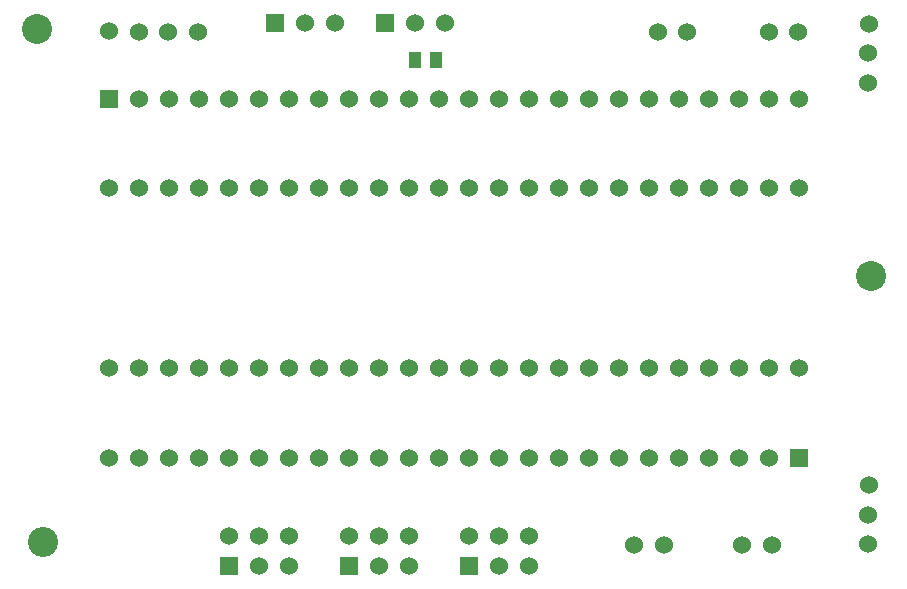
<source format=gbr>
%TF.GenerationSoftware,Altium Limited,Altium Designer,19.1.8 (144)*%
G04 Layer_Color=255*
%FSLAX26Y26*%
%MOIN*%
%TF.FileFunction,Pads,Top*%
%TF.Part,Single*%
G01*
G75*
%TA.AperFunction,SMDPad,CuDef*%
%ADD10R,0.041339X0.055118*%
%TA.AperFunction,ComponentPad*%
%ADD15C,0.060000*%
%ADD16R,0.060000X0.060000*%
%TA.AperFunction,ViaPad*%
%ADD17C,0.100000*%
%ADD18O,0.100000X0.100480*%
D10*
X1380000Y1825000D02*
D03*
X1452835D02*
D03*
D15*
X2890000Y211575D02*
D03*
Y310000D02*
D03*
X2893937Y408425D02*
D03*
Y1946850D02*
D03*
X2890000Y1848425D02*
D03*
Y1750000D02*
D03*
X2658425Y1920000D02*
D03*
X2560000D02*
D03*
X2111575Y210000D02*
D03*
X2210000D02*
D03*
X560000Y800000D02*
D03*
X760000D02*
D03*
X660000D02*
D03*
X460000D02*
D03*
X360000D02*
D03*
X1060000D02*
D03*
X960000D02*
D03*
X860000D02*
D03*
X1260000D02*
D03*
X1160000D02*
D03*
X460000Y1400000D02*
D03*
X360000D02*
D03*
X660000D02*
D03*
X560000D02*
D03*
X860000D02*
D03*
X760000D02*
D03*
X1060000D02*
D03*
X960000D02*
D03*
X1260000D02*
D03*
X1160000D02*
D03*
X1760000Y800000D02*
D03*
X1960000D02*
D03*
X1860000D02*
D03*
X1460000D02*
D03*
X1360000D02*
D03*
X1660000D02*
D03*
X1560000D02*
D03*
X2160000D02*
D03*
X2060000D02*
D03*
X2360000D02*
D03*
X2260000D02*
D03*
X2660000D02*
D03*
X2460000D02*
D03*
X1760000Y1400000D02*
D03*
X1960000D02*
D03*
X1860000D02*
D03*
X1460000D02*
D03*
X1360000D02*
D03*
X1660000D02*
D03*
X1560000D02*
D03*
X2160000D02*
D03*
X2060000D02*
D03*
X2560000Y800000D02*
D03*
X2260000Y1400000D02*
D03*
X2460000D02*
D03*
X2360000D02*
D03*
X2660000D02*
D03*
X2560000D02*
D03*
X2190000Y1920000D02*
D03*
X2288425D02*
D03*
X656850D02*
D03*
X558425D02*
D03*
X460000D02*
D03*
X361575Y1923937D02*
D03*
X2570000Y210000D02*
D03*
X2471575D02*
D03*
X2560000Y1695000D02*
D03*
X2460000D02*
D03*
X2360000D02*
D03*
X2260000D02*
D03*
X1860000D02*
D03*
X1960000D02*
D03*
X2060000D02*
D03*
X2160000D02*
D03*
X1460000D02*
D03*
X1560000D02*
D03*
X1660000D02*
D03*
X1760000D02*
D03*
X1060000D02*
D03*
X1160000D02*
D03*
X1260000D02*
D03*
X1360000D02*
D03*
X660000D02*
D03*
X560000D02*
D03*
X460000D02*
D03*
X960000D02*
D03*
X860000D02*
D03*
X760000D02*
D03*
X2660000D02*
D03*
X1380000Y1950000D02*
D03*
X1480000D02*
D03*
X1015000D02*
D03*
X1115000D02*
D03*
X460000Y500000D02*
D03*
X560000D02*
D03*
X660000D02*
D03*
X760000D02*
D03*
X1160000D02*
D03*
X1060000D02*
D03*
X960000D02*
D03*
X860000D02*
D03*
X1560000D02*
D03*
X1460000D02*
D03*
X1360000D02*
D03*
X1260000D02*
D03*
X1960000D02*
D03*
X1860000D02*
D03*
X1760000D02*
D03*
X1660000D02*
D03*
X2360000D02*
D03*
X2460000D02*
D03*
X2560000D02*
D03*
X2060000D02*
D03*
X2160000D02*
D03*
X2260000D02*
D03*
X360000D02*
D03*
X1660000Y140000D02*
D03*
X1760000D02*
D03*
X1560000Y240000D02*
D03*
X1660000D02*
D03*
X1760000D02*
D03*
X860000Y140000D02*
D03*
X960000D02*
D03*
X760000Y240000D02*
D03*
X860000D02*
D03*
X960000D02*
D03*
X1260000Y140000D02*
D03*
X1360000D02*
D03*
X1160000Y240000D02*
D03*
X1260000D02*
D03*
X1360000D02*
D03*
D16*
X360000Y1695000D02*
D03*
X1280000Y1950000D02*
D03*
X915000D02*
D03*
X2660000Y500000D02*
D03*
X1560000Y140000D02*
D03*
X760000D02*
D03*
X1160000D02*
D03*
D17*
X120000Y1930000D02*
D03*
X2900000Y1105000D02*
D03*
D18*
X140000Y220000D02*
D03*
%TF.MD5,66696074ea4b7ff05316735bdae37e6b*%
M02*

</source>
